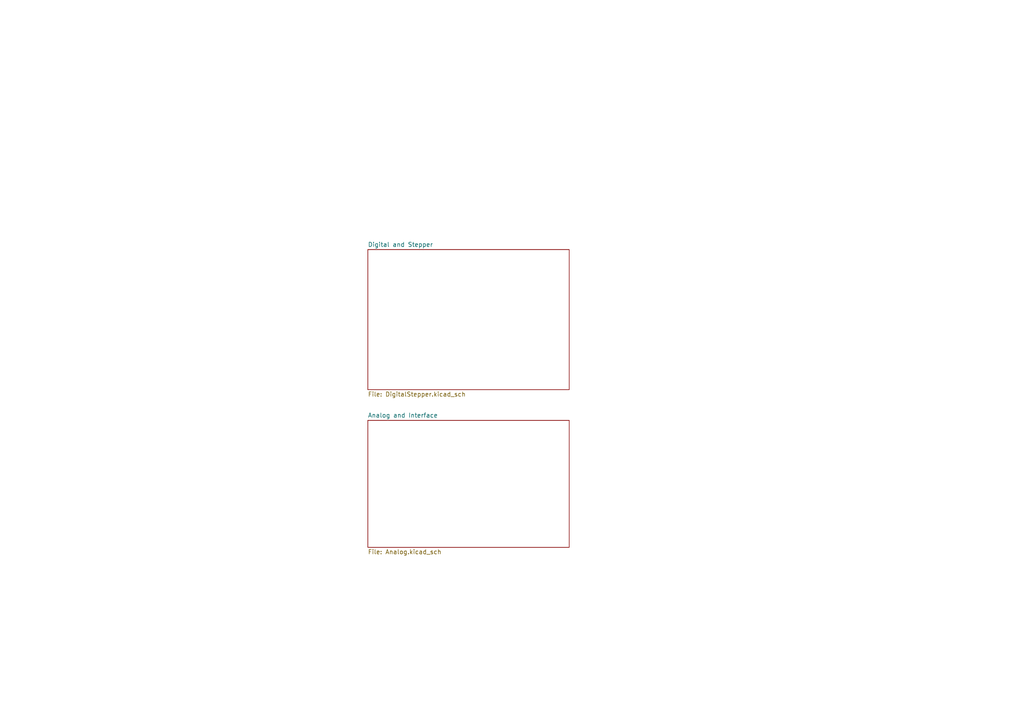
<source format=kicad_sch>
(kicad_sch (version 20230121) (generator eeschema)
  (paper "A4")
  (lib_symbols)
  (sheet (at 106.68 121.92) (size 58.42 36.83) (stroke (width 0.1524))
    (property "Sheetname" "Analog and Interface" (at 106.68 121.2084 0) (effects (justify left bottom)))
    (property "Sheetfile" "Analog.kicad_sch" (at 106.68 159.3346 0) (effects (justify left top)))
  )
  (sheet (at 106.68 72.39) (size 58.42 40.64) (stroke (width 0.1524))
    (property "Sheetname" "Digital and Stepper" (at 106.68 71.6784 0) (effects (justify left bottom)))
    (property "Sheetfile" "DigitalStepper.kicad_sch" (at 106.68 113.6146 0) (effects (justify left top)))
  )
)
</source>
